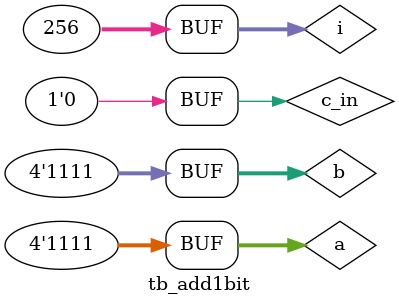
<source format=v>

`timescale 1ns/1ns
`include "add4bit.v"

module tb_add1bit;
   reg [3:0] a, b;
   reg       c_in;

   wire [3:0] sum;
   wire       c_out;

   integer    i;

   add4bit test_add4bit(a, b, c_in, sum, c_out);

   initial begin
      $dumpfile("tb_add4bit.vcd");
      $dumpvars(0, tb_add1bit);

      c_in = 1'b0;
      for (i = 0; i < 256; i = i + 1) begin
         {a, b} = i; #10;
      end;


      $display("success.");
   end // initial begin
endmodule // tb_add4bit

</source>
